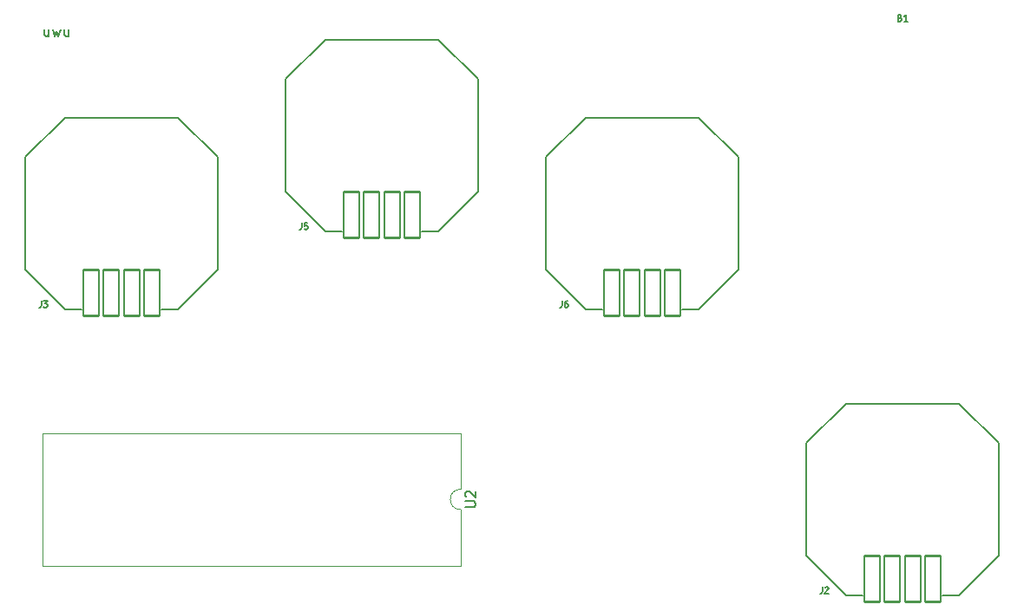
<source format=gto>
G04 #@! TF.GenerationSoftware,KiCad,Pcbnew,(6.0.4)*
G04 #@! TF.CreationDate,2022-04-03T16:10:21-07:00*
G04 #@! TF.ProjectId,tokiponaboard,746f6b69-706f-46e6-9162-6f6172642e6b,rev?*
G04 #@! TF.SameCoordinates,Original*
G04 #@! TF.FileFunction,Legend,Top*
G04 #@! TF.FilePolarity,Positive*
%FSLAX46Y46*%
G04 Gerber Fmt 4.6, Leading zero omitted, Abs format (unit mm)*
G04 Created by KiCad (PCBNEW (6.0.4)) date 2022-04-03 16:10:21*
%MOMM*%
%LPD*%
G01*
G04 APERTURE LIST*
G04 Aperture macros list*
%AMRoundRect*
0 Rectangle with rounded corners*
0 $1 Rounding radius*
0 $2 $3 $4 $5 $6 $7 $8 $9 X,Y pos of 4 corners*
0 Add a 4 corners polygon primitive as box body*
4,1,4,$2,$3,$4,$5,$6,$7,$8,$9,$2,$3,0*
0 Add four circle primitives for the rounded corners*
1,1,$1+$1,$2,$3*
1,1,$1+$1,$4,$5*
1,1,$1+$1,$6,$7*
1,1,$1+$1,$8,$9*
0 Add four rect primitives between the rounded corners*
20,1,$1+$1,$2,$3,$4,$5,0*
20,1,$1+$1,$4,$5,$6,$7,0*
20,1,$1+$1,$6,$7,$8,$9,0*
20,1,$1+$1,$8,$9,$2,$3,0*%
G04 Aperture macros list end*
%ADD10C,0.150000*%
%ADD11C,0.127000*%
%ADD12C,0.120000*%
%ADD13C,0.203200*%
%ADD14C,2.082800*%
%ADD15R,1.600000X1.600000*%
%ADD16O,1.600000X1.600000*%
%ADD17C,2.202180*%
%ADD18RoundRect,0.101600X-0.749300X2.249170X-0.749300X-2.249170X0.749300X-2.249170X0.749300X2.249170X0*%
G04 APERTURE END LIST*
D10*
X28448095Y-27725714D02*
X28448095Y-28392380D01*
X28019523Y-27725714D02*
X28019523Y-28249523D01*
X28067142Y-28344761D01*
X28162380Y-28392380D01*
X28305238Y-28392380D01*
X28400476Y-28344761D01*
X28448095Y-28297142D01*
X28829047Y-27725714D02*
X29019523Y-28392380D01*
X29210000Y-27916190D01*
X29400476Y-28392380D01*
X29590952Y-27725714D01*
X30400476Y-27725714D02*
X30400476Y-28392380D01*
X29971904Y-27725714D02*
X29971904Y-28249523D01*
X30019523Y-28344761D01*
X30114761Y-28392380D01*
X30257619Y-28392380D01*
X30352857Y-28344761D01*
X30400476Y-28297142D01*
D11*
X111513257Y-26626457D02*
X111600342Y-26655485D01*
X111629371Y-26684514D01*
X111658400Y-26742571D01*
X111658400Y-26829657D01*
X111629371Y-26887714D01*
X111600342Y-26916742D01*
X111542285Y-26945771D01*
X111310057Y-26945771D01*
X111310057Y-26336171D01*
X111513257Y-26336171D01*
X111571314Y-26365200D01*
X111600342Y-26394228D01*
X111629371Y-26452285D01*
X111629371Y-26510342D01*
X111600342Y-26568400D01*
X111571314Y-26597428D01*
X111513257Y-26626457D01*
X111310057Y-26626457D01*
X112238971Y-26945771D02*
X111890628Y-26945771D01*
X112064800Y-26945771D02*
X112064800Y-26336171D01*
X112006742Y-26423257D01*
X111948685Y-26481314D01*
X111890628Y-26510342D01*
D10*
X69092380Y-74416900D02*
X69901904Y-74416900D01*
X69997142Y-74369281D01*
X70044761Y-74321662D01*
X70092380Y-74226424D01*
X70092380Y-74035948D01*
X70044761Y-73940710D01*
X69997142Y-73893091D01*
X69901904Y-73845472D01*
X69092380Y-73845472D01*
X69187619Y-73416900D02*
X69140000Y-73369281D01*
X69092380Y-73274043D01*
X69092380Y-73035948D01*
X69140000Y-72940710D01*
X69187619Y-72893091D01*
X69282857Y-72845472D01*
X69378095Y-72845472D01*
X69520952Y-72893091D01*
X70092380Y-73464519D01*
X70092380Y-72845472D01*
D11*
X78536800Y-54276171D02*
X78536800Y-54711600D01*
X78507771Y-54798685D01*
X78449714Y-54856742D01*
X78362628Y-54885771D01*
X78304571Y-54885771D01*
X79088342Y-54276171D02*
X78972228Y-54276171D01*
X78914171Y-54305200D01*
X78885142Y-54334228D01*
X78827085Y-54421314D01*
X78798057Y-54537428D01*
X78798057Y-54769657D01*
X78827085Y-54827714D01*
X78856114Y-54856742D01*
X78914171Y-54885771D01*
X79030285Y-54885771D01*
X79088342Y-54856742D01*
X79117371Y-54827714D01*
X79146400Y-54769657D01*
X79146400Y-54624514D01*
X79117371Y-54566457D01*
X79088342Y-54537428D01*
X79030285Y-54508400D01*
X78914171Y-54508400D01*
X78856114Y-54537428D01*
X78827085Y-54566457D01*
X78798057Y-54624514D01*
X103936800Y-82216171D02*
X103936800Y-82651600D01*
X103907771Y-82738685D01*
X103849714Y-82796742D01*
X103762628Y-82825771D01*
X103704571Y-82825771D01*
X104198057Y-82274228D02*
X104227085Y-82245200D01*
X104285142Y-82216171D01*
X104430285Y-82216171D01*
X104488342Y-82245200D01*
X104517371Y-82274228D01*
X104546400Y-82332285D01*
X104546400Y-82390342D01*
X104517371Y-82477428D01*
X104169028Y-82825771D01*
X104546400Y-82825771D01*
X27736800Y-54276171D02*
X27736800Y-54711600D01*
X27707771Y-54798685D01*
X27649714Y-54856742D01*
X27562628Y-54885771D01*
X27504571Y-54885771D01*
X27969028Y-54276171D02*
X28346400Y-54276171D01*
X28143200Y-54508400D01*
X28230285Y-54508400D01*
X28288342Y-54537428D01*
X28317371Y-54566457D01*
X28346400Y-54624514D01*
X28346400Y-54769657D01*
X28317371Y-54827714D01*
X28288342Y-54856742D01*
X28230285Y-54885771D01*
X28056114Y-54885771D01*
X27998057Y-54856742D01*
X27969028Y-54827714D01*
X53136800Y-46656171D02*
X53136800Y-47091600D01*
X53107771Y-47178685D01*
X53049714Y-47236742D01*
X52962628Y-47265771D01*
X52904571Y-47265771D01*
X53717371Y-46656171D02*
X53427085Y-46656171D01*
X53398057Y-46946457D01*
X53427085Y-46917428D01*
X53485142Y-46888400D01*
X53630285Y-46888400D01*
X53688342Y-46917428D01*
X53717371Y-46946457D01*
X53746400Y-47004514D01*
X53746400Y-47149657D01*
X53717371Y-47207714D01*
X53688342Y-47236742D01*
X53630285Y-47265771D01*
X53485142Y-47265771D01*
X53427085Y-47236742D01*
X53398057Y-47207714D01*
D12*
X68640000Y-80114996D02*
X68640000Y-74654996D01*
X27880000Y-80114996D02*
X68640000Y-80114996D01*
X68640000Y-67194996D02*
X27880000Y-67194996D01*
X68640000Y-72654996D02*
X68640000Y-67194996D01*
X27880000Y-67194996D02*
X27880000Y-80114996D01*
X68640000Y-72654996D02*
G75*
G03*
X68640000Y-74654996I0J-1000000D01*
G01*
D13*
X91859100Y-55095140D02*
X90256360Y-55095140D01*
X80860900Y-55095140D02*
X76984860Y-51219100D01*
X82463640Y-55095140D02*
X80860900Y-55095140D01*
X91859100Y-36344860D02*
X80860900Y-36344860D01*
X95735140Y-40220900D02*
X91859100Y-36344860D01*
X91859100Y-55095140D02*
X95735140Y-51219100D01*
X76984860Y-40220900D02*
X80860900Y-36344860D01*
X76984860Y-40220900D02*
X76984860Y-51219100D01*
X95735140Y-40220900D02*
X95735140Y-51219100D01*
X117259100Y-83035140D02*
X121135140Y-79159100D01*
X102384860Y-68160900D02*
X102384860Y-79159100D01*
X102384860Y-68160900D02*
X106260900Y-64284860D01*
X107863640Y-83035140D02*
X106260900Y-83035140D01*
X121135140Y-68160900D02*
X117259100Y-64284860D01*
X117259100Y-64284860D02*
X106260900Y-64284860D01*
X106260900Y-83035140D02*
X102384860Y-79159100D01*
X117259100Y-83035140D02*
X115656360Y-83035140D01*
X121135140Y-68160900D02*
X121135140Y-79159100D01*
X31663640Y-55095140D02*
X30060900Y-55095140D01*
X44935140Y-40220900D02*
X41059100Y-36344860D01*
X30060900Y-55095140D02*
X26184860Y-51219100D01*
X41059100Y-55095140D02*
X44935140Y-51219100D01*
X44935140Y-40220900D02*
X44935140Y-51219100D01*
X41059100Y-55095140D02*
X39456360Y-55095140D01*
X26184860Y-40220900D02*
X30060900Y-36344860D01*
X26184860Y-40220900D02*
X26184860Y-51219100D01*
X41059100Y-36344860D02*
X30060900Y-36344860D01*
X66459100Y-28724860D02*
X55460900Y-28724860D01*
X51584860Y-32600900D02*
X51584860Y-43599100D01*
X51584860Y-32600900D02*
X55460900Y-28724860D01*
X70335140Y-32600900D02*
X66459100Y-28724860D01*
X70335140Y-32600900D02*
X70335140Y-43599100D01*
X55460900Y-47475140D02*
X51584860Y-43599100D01*
X66459100Y-47475140D02*
X64856360Y-47475140D01*
X66459100Y-47475140D02*
X70335140Y-43599100D01*
X57063640Y-47475140D02*
X55460900Y-47475140D01*
%LPC*%
D14*
X104140000Y-29210000D03*
X104140000Y-31750000D03*
X104140000Y-34290000D03*
X104140000Y-36830000D03*
X104140000Y-39370000D03*
X104140000Y-41910000D03*
X104140000Y-44450000D03*
X104140000Y-46990000D03*
X104140000Y-49530000D03*
X104140000Y-52070000D03*
X104140000Y-54610000D03*
X104140000Y-57150000D03*
X119380000Y-57150000D03*
X119380000Y-54610000D03*
X119380000Y-52070000D03*
X119380000Y-49530000D03*
X119380000Y-46990000D03*
X119380000Y-44450000D03*
X119380000Y-41910000D03*
X119380000Y-39370000D03*
X119380000Y-36830000D03*
X119380000Y-34290000D03*
X119380000Y-31750000D03*
X119380000Y-29210000D03*
D15*
X67310000Y-66034996D03*
D16*
X64770000Y-66034996D03*
X62230000Y-66034996D03*
X59690000Y-66034996D03*
X57150000Y-66034996D03*
X54610000Y-66034996D03*
X52070000Y-66034996D03*
X49530000Y-66034996D03*
X46990000Y-66034996D03*
X44450000Y-66034996D03*
X41910000Y-66034996D03*
X39370000Y-66034996D03*
X36830000Y-66034996D03*
X34290000Y-66034996D03*
X31750000Y-66034996D03*
X29210000Y-66034996D03*
X29210000Y-81274996D03*
X31750000Y-81274996D03*
X34290000Y-81274996D03*
X36830000Y-81274996D03*
X39370000Y-81274996D03*
X41910000Y-81274996D03*
X44450000Y-81274996D03*
X46990000Y-81274996D03*
X49530000Y-81274996D03*
X52070000Y-81274996D03*
X54610000Y-81274996D03*
X57150000Y-81274996D03*
X59690000Y-81274996D03*
X62230000Y-81274996D03*
X64770000Y-81274996D03*
X67310000Y-81274996D03*
D17*
X95250000Y-54703980D03*
X93733620Y-35661600D03*
D18*
X89359740Y-53469540D03*
X85361780Y-53469540D03*
X83360260Y-53469540D03*
X87358220Y-53469540D03*
D17*
X119133620Y-63601600D03*
X120650000Y-82643980D03*
D18*
X114759740Y-81409540D03*
X110761780Y-81409540D03*
X108760260Y-81409540D03*
X112758220Y-81409540D03*
D17*
X44450000Y-54703980D03*
X42933620Y-35661600D03*
D18*
X38559740Y-53469540D03*
X34561780Y-53469540D03*
X32560260Y-53469540D03*
X36558220Y-53469540D03*
D17*
X68333620Y-28041600D03*
X69850000Y-47083980D03*
D18*
X63959740Y-45849540D03*
X59961780Y-45849540D03*
X57960260Y-45849540D03*
X61958220Y-45849540D03*
M02*

</source>
